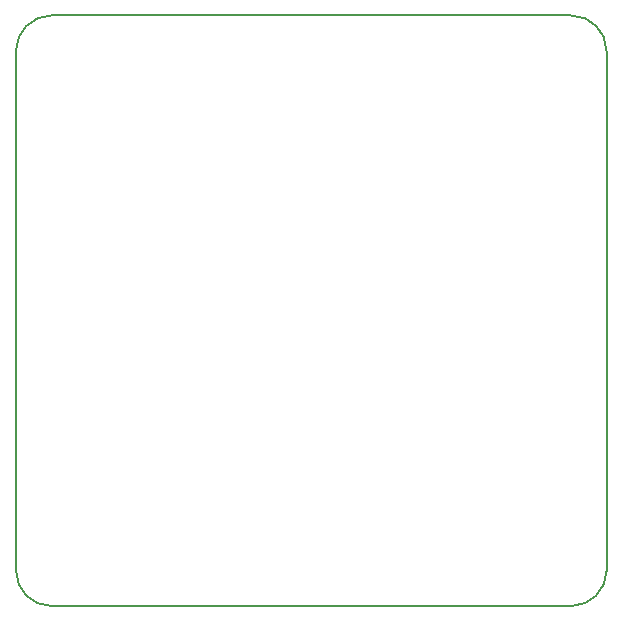
<source format=gm1>
G04 #@! TF.GenerationSoftware,KiCad,Pcbnew,(5.1.5)-3*
G04 #@! TF.CreationDate,2020-01-29T21:37:39+13:00*
G04 #@! TF.ProjectId,SimpleFC,53696d70-6c65-4464-932e-6b696361645f,rev?*
G04 #@! TF.SameCoordinates,Original*
G04 #@! TF.FileFunction,Profile,NP*
%FSLAX46Y46*%
G04 Gerber Fmt 4.6, Leading zero omitted, Abs format (unit mm)*
G04 Created by KiCad (PCBNEW (5.1.5)-3) date 2020-01-29 21:37:39*
%MOMM*%
%LPD*%
G04 APERTURE LIST*
%ADD10C,0.150000*%
%ADD11C,0.200000*%
G04 APERTURE END LIST*
D10*
X125000000Y-78000000D02*
G75*
G02X128000000Y-75000000I3000000J0D01*
G01*
X128000000Y-125000000D02*
G75*
G02X125000000Y-122000000I0J3000000D01*
G01*
X175000000Y-122000000D02*
G75*
G02X172000000Y-125000000I-3000000J0D01*
G01*
X172000000Y-75000000D02*
G75*
G02X175000000Y-78000000I0J-3000000D01*
G01*
D11*
X125000000Y-78000000D02*
X125000000Y-122000000D01*
X172000000Y-75000000D02*
X128000000Y-75000000D01*
X175000000Y-122000000D02*
X175000000Y-78000000D01*
X128000000Y-125000000D02*
X172000000Y-125000000D01*
M02*

</source>
